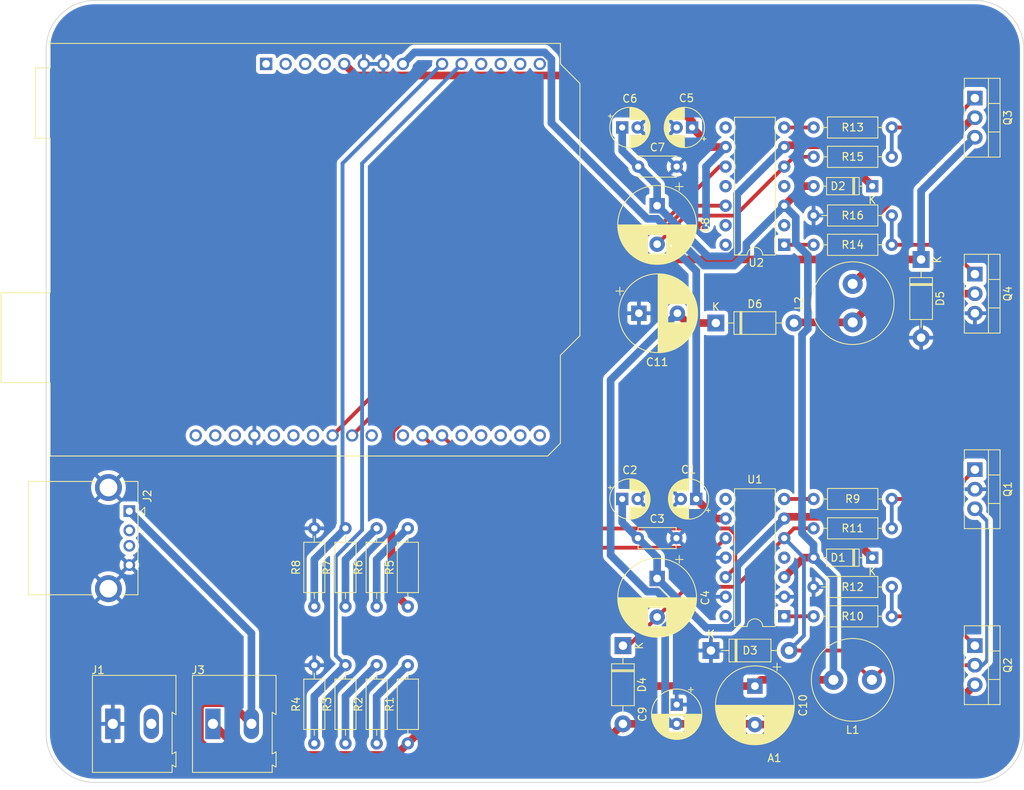
<source format=kicad_pcb>
(kicad_pcb (version 20221018) (generator pcbnew)
  (layers (0 "F.Cu" signal) (31 "B.Cu" signal) (34 "B.Paste" user) (35 "F.Paste" user) (36 "B.SilkS" user "B.Silkscreen") (37 "F.SilkS" user "F.Silkscreen") (38 "B.Mask" user) (39 "F.Mask" user) (44 "Edge.Cuts" user))
  (net 0 "")
  (net 1 "PWM_High")
  (net 2 "PWM_Low")
  (net 3 "Battery_Voltage")
  (net 4 "PV_Voltage")
  (net 5 "PV_Current")
  (net 6 "5V")
  (net 7 "12V")
  (net 8 "+PV")
  (net 9 "Net-(D1-K)")
  (net 10 "Net-(D2-K)")
  (net 11 "VS")
  (net 12 "Gate_High_1")
  (net 13 "Gate_High")
  (net 14 "Gate_Low")
  (net 15 "Net-(U1-LO)")
  (net 16 "Net-(U1-HO)")
  (net 17 "Gate_Low_1")
  (net 32 "PWM_MPPT_Low")
  (net 33 "PWM_MPPT_High")
  (net 40 "+Load")
  (net 41 "Net-(U2-VS)")
  (net 42 "GND")
  (net 47 "Net-(U2-LO)")
  (net 48 "Net-(U2-HO)")
  (net 51 "Net-(J1-Pin_2)")
  (net 54 "Net-(R1-Pad2)")
  (net 55 "Net-(R2-Pad2)")
  (net 56 "Net-(R5-Pad2)")
  (net 57 "Net-(R6-Pad2)")
  (net 58 "Net-(D5-K)")
  (net 59 "Net-(D6-A)")
  (footprint "Resistor_THT:R_Axial_DIN0207_L6.3mm_D2.5mm_P10.16mm_Horizontal" (layer "F.Cu") (at 123.75 47.315)
    (fp_text reference "R13" (at 5.08 0) (layer "F.SilkS"))
    (fp_text value "20")
    (pad "1" thru_hole circle (at 0 0) (size 1.6 1.6) (drill 0.8) (layers "*.Cu" "*.Mask") (net 48 "Net-(U2-HO)"))
    (pad "2" thru_hole oval (at 10.16 0) (size 1.6 1.6) (drill 0.8) (layers "*.Cu" "*.Mask") (net 12 "Gate_High_1"))
  )
  (footprint "Diode_THT:D_DO-41_SOD81_P10.16mm_Horizontal" (layer "F.Cu") (at 110.415 115.26)
    (fp_text reference "D3" (at 5.08 0) (layer "F.SilkS"))
    (fp_text value "1N4002")
    (fp_text user "K" (at 0 -2.1) (layer "F.SilkS"))
    (pad "1" thru_hole rect (at 0 0) (size 2.2 2.2) (drill 1.1) (layers "*.Cu" "*.Mask") (net 42 "GND"))
    (pad "2" thru_hole oval (at 10.16 0) (size 2.2 2.2) (drill 1.1) (layers "*.Cu" "*.Mask") (net 11 "VS"))
  )
  (footprint "Resistor_THT:R_Axial_DIN0207_L6.3mm_D2.5mm_P10.16mm_Horizontal" (layer "F.Cu") (at 71.045 109.545 90)
    (fp_text reference "R5" (at 5.08 -2.37 90) (layer "F.SilkS"))
    (fp_text value "200")
    (pad "1" thru_hole circle (at 0 0 90) (size 1.6 1.6) (drill 0.8) (layers "*.Cu" "*.Mask") (net 8 "+PV"))
    (pad "2" thru_hole oval (at 10.16 0 90) (size 1.6 1.6) (drill 0.8) (layers "*.Cu" "*.Mask") (net 56 "Net-(R5-Pad2)"))
  )
  (footprint "Capacitor_THT:CP_Radial_D5.0mm_P2.00mm" (layer "F.Cu") (at 98.89 95.575)
    (fp_text reference "C2" (at 1 -3.75) (layer "F.SilkS"))
    (fp_text value "100uF")
    (pad "1" thru_hole rect (at 0 0) (size 1.6 1.6) (drill 0.8) (layers "*.Cu" "*.Mask") (net 9 "Net-(D1-K)"))
    (pad "2" thru_hole circle (at 2 0) (size 1.6 1.6) (drill 0.8) (layers "*.Cu" "*.Mask") (net 42 "GND"))
  )
  (footprint "Resistor_THT:R_Axial_DIN0207_L6.3mm_D2.5mm_P10.16mm_Horizontal" (layer "F.Cu") (at 133.91 110.815 180)
    (fp_text reference "R10" (at 5.08 0) (layer "F.SilkS"))
    (fp_text value "20")
    (pad "1" thru_hole circle (at 0 0 180) (size 1.6 1.6) (drill 0.8) (layers "*.Cu" "*.Mask") (net 14 "Gate_Low"))
    (pad "2" thru_hole oval (at 10.16 0 180) (size 1.6 1.6) (drill 0.8) (layers "*.Cu" "*.Mask") (net 15 "Net-(U1-LO)"))
  )
  (footprint "Capacitor_THT:CP_Radial_D10.0mm_P5.00mm" (layer "F.Cu") (at 103.43 105.907323 -90)
    (fp_text reference "C4" (at 2.5 -6.25 90) (layer "F.SilkS"))
    (fp_text value "470uF")
    (pad "1" thru_hole rect (at 0 0 270) (size 2 2) (drill 1) (layers "*.Cu" "*.Mask") (net 9 "Net-(D1-K)"))
    (pad "2" thru_hole circle (at 5 0 270) (size 2 2) (drill 1) (layers "*.Cu" "*.Mask") (net 11 "VS"))
  )
  (footprint "TerminalBlock:TerminalBlock_Altech_AK300-2_P5.00mm" (layer "F.Cu") (at 32.72 124.785)
    (fp_text reference "J1" (at -1.92 -6.99) (layer "F.SilkS"))
    (fp_text value "Screw_Terminal_01x02")
    (pad "1" thru_hole rect (at 0 0) (size 1.98 3.96) (drill 1.32) (layers "*.Cu" "*.Mask") (net 42 "GND"))
    (pad "2" thru_hole oval (at 5 0) (size 1.98 3.96) (drill 1.32) (layers "*.Cu" "*.Mask") (net 51 "Net-(J1-Pin_2)"))
  )
  (footprint "Diode_THT:D_DO-35_SOD27_P7.62mm_Horizontal" (layer "F.Cu") (at 131.37 54.935 180)
    (fp_text reference "D2" (at 4.445 0) (layer "F.SilkS"))
    (fp_text value "1N4148")
    (fp_text user "K" (at 0 -1.8) (layer "F.SilkS"))
    (pad "1" thru_hole rect (at 0 0 180) (size 1.6 1.6) (drill 0.8) (layers "*.Cu" "*.Mask") (net 10 "Net-(D2-K)"))
    (pad "2" thru_hole oval (at 7.62 0 180) (size 1.6 1.6) (drill 0.8) (layers "*.Cu" "*.Mask") (net 7 "12V"))
  )
  (footprint "Resistor_THT:R_Axial_DIN0207_L6.3mm_D2.5mm_P10.16mm_Horizontal" (layer "F.Cu") (at 62.945 109.545 90)
    (fp_text reference "R7" (at 5.08 -2.37 90) (layer "F.SilkS"))
    (fp_text value "1000")
    (pad "1" thru_hole circle (at 0 0 90) (size 1.6 1.6) (drill 0.8) (layers "*.Cu" "*.Mask") (net 57 "Net-(R6-Pad2)"))
    (pad "2" thru_hole oval (at 10.16 0 90) (size 1.6 1.6) (drill 0.8) (layers "*.Cu" "*.Mask") (net 4 "PV_Voltage"))
  )
  (footprint "Inductor_THT:L_Radial_D10.5mm_P5.00mm_Abacron_AISR-01" (layer "F.Cu") (at 131.33 119.07 180)
    (fp_text reference "L1" (at 2.5 -6.5) (layer "F.SilkS"))
    (fp_text value "100mH")
    (pad "1" thru_hole circle (at 0 0 180) (size 2.6 2.6) (drill 1.3) (layers "*.Cu" "*.Mask") (net 11 "VS"))
    (pad "2" thru_hole circle (at 5 0 180) (size 2.6 2.6) (drill 1.3) (layers "*.Cu" "*.Mask") (net 7 "12V"))
  )
  (footprint "Package_TO_SOT_THT:TO-220-3_Vertical" (layer "F.Cu") (at 144.705 91.765 -90)
    (fp_text reference "Q1" (at 2.54 -4.27 90) (layer "F.SilkS"))
    (fp_text value "IRF540N")
    (pad "1" thru_hole rect (at 0 0 270) (size 1.905 2) (drill 1.1) (layers "*.Cu" "*.Mask") (net 13 "Gate_High"))
    (pad "2" thru_hole oval (at 2.54 0 270) (size 1.905 2) (drill 1.1) (layers "*.Cu" "*.Mask") (net 42 "GND"))
    (pad "3" thru_hole oval (at 5.08 0 270) (size 1.905 2) (drill 1.1) (layers "*.Cu" "*.Mask") (net 11 "VS"))
  )
  (footprint "Resistor_THT:R_Axial_DIN0207_L6.3mm_D2.5mm_P10.16mm_Horizontal" (layer "F.Cu") (at 133.91 51.125 180)
    (fp_text reference "R15" (at 5.08 0) (layer "F.SilkS"))
    (fp_text value "10k")
    (pad "1" thru_hole circle (at 0 0 180) (size 1.6 1.6) (drill 0.8) (layers "*.Cu" "*.Mask") (net 12 "Gate_High_1"))
    (pad "2" thru_hole oval (at 10.16 0 180) (size 1.6 1.6) (drill 0.8) (layers "*.Cu" "*.Mask") (net 41 "Net-(U2-VS)"))
  )
  (footprint "Capacitor_THT:CP_Radial_D5.0mm_P2.00mm" (layer "F.Cu") (at 98.89 47.315)
    (fp_text reference "C6" (at 1 -3.75) (layer "F.SilkS"))
    (fp_text value "100uF")
    (pad "1" thru_hole rect (at 0 0) (size 1.6 1.6) (drill 0.8) (layers "*.Cu" "*.Mask") (net 10 "Net-(D2-K)"))
    (pad "2" thru_hole circle (at 2 0) (size 1.6 1.6) (drill 0.8) (layers "*.Cu" "*.Mask") (net 42 "GND"))
  )
  (footprint "Resistor_THT:R_Axial_DIN0207_L6.3mm_D2.5mm_P10.16mm_Horizontal" (layer "F.Cu") (at 133.91 107.005 180)
    (fp_text reference "R12" (at 5.08 0) (layer "F.SilkS"))
    (fp_text value "10k")
    (pad "1" thru_hole circle (at 0 0 180) (size 1.6 1.6) (drill 0.8) (layers "*.Cu" "*.Mask") (net 14 "Gate_Low"))
    (pad "2" thru_hole oval (at 10.16 0 180) (size 1.6 1.6) (drill 0.8) (layers "*.Cu" "*.Mask") (net 42 "GND"))
  )
  (footprint "Package_TO_SOT_THT:TO-220-3_Vertical" (layer "F.Cu") (at 144.705 66.365 -90)
    (fp_text reference "Q4" (at 2.54 -4.27 90) (layer "F.SilkS"))
    (fp_text value "IRF540N")
    (pad "1" thru_hole rect (at 0 0 270) (size 1.905 2) (drill 1.1) (layers "*.Cu" "*.Mask") (net 17 "Gate_Low_1"))
    (pad "2" thru_hole oval (at 2.54 0 270) (size 1.905 2) (drill 1.1) (layers "*.Cu" "*.Mask") (net 59 "Net-(D6-A)"))
    (pad "3" thru_hole oval (at 5.08 0 270) (size 1.905 2) (drill 1.1) (layers "*.Cu" "*.Mask") (net 42 "GND"))
  )
  (footprint "Capacitor_THT:CP_Radial_D10.0mm_P5.00mm" (layer "F.Cu") (at 103.43 57.475 -90)
    (fp_text reference "C8" (at 2.5 -6.25 90) (layer "F.SilkS"))
    (fp_text value "470uF")
    (pad "1" thru_hole rect (at 0 0 270) (size 2 2) (drill 1) (layers "*.Cu" "*.Mask") (net 10 "Net-(D2-K)"))
    (pad "2" thru_hole circle (at 5 0 270) (size 2 2) (drill 1) (layers "*.Cu" "*.Mask") (net 41 "Net-(U2-VS)"))
  )
  (footprint "Package_TO_SOT_THT:TO-220-3_Vertical" (layer "F.Cu") (at 144.705 114.625 -90)
    (fp_text reference "Q2" (at 2.54 -4.27 90) (layer "F.SilkS"))
    (fp_text value "IRF540N")
    (pad "1" thru_hole rect (at 0 0 270) (size 1.905 2) (drill 1.1) (layers "*.Cu" "*.Mask") (net 14 "Gate_Low"))
    (pad "2" thru_hole oval (at 2.54 0 270) (size 1.905 2) (drill 1.1) (layers "*.Cu" "*.Mask") (net 11 "VS"))
    (pad "3" thru_hole oval (at 5.08 0 270) (size 1.905 2) (drill 1.1) (layers "*.Cu" "*.Mask") (net 40 "+Load"))
  )
  (footprint "Connector_USB:USB_A_CONNFLY_DS1095-WNR0" (layer "F.Cu") (at 34.8625 97.155 -90)
    (fp_text reference "J2" (at -1.95 -2.35 90) (layer "F.SilkS"))
    (fp_text value "USB_A")
    (pad "1" thru_hole rect (at 0 0 270) (size 1.524 1.524) (drill 0.92) (layers "*.Cu" "*.Mask") (net 40 "+Load"))
    (pad "2" thru_hole circle (at 2.5 0 270) (size 1.524 1.524) (drill 0.92) (layers "*.Cu" "*.Mask"))
    (pad "3" thru_hole circle (at 4.5 0 270) (size 1.524 1.524) (drill 0.92) (layers "*.Cu" "*.Mask"))
    (pad "4" thru_hole circle (at 7 0 270) (size 1.524 1.524) (drill 0.92) (layers "*.Cu" "*.Mask") (net 42 "GND"))
    (pad "5" thru_hole circle (at -3.07 2.71 270) (size 3.5 3.5) (drill 2.3) (layers "*.Cu" "*.Mask") (net 42 "GND"))
    (pad "5" thru_hole circle (at 10.07 2.71 270) (size 3.5 3.5) (drill 2.3) (layers "*.Cu" "*.Mask") (net 42 "GND"))
  )
  (footprint "Package_DIP:DIP-14_W7.62mm" (layer "F.Cu") (at 119.94 110.815 180)
    (fp_text reference "U1" (at 3.81 17.78) (layer "F.SilkS"))
    (fp_text value "IR2113")
    (pad "1" thru_hole rect (at 0 0 180) (size 1.6 1.6) (drill 0.8) (layers "*.Cu" "*.Mask") (net 15 "Net-(U1-LO)"))
    (pad "2" thru_hole oval (at 0 2.54 180) (size 1.6 1.6) (drill 0.8) (layers "*.Cu" "*.Mask") (net 42 "GND"))
    (pad "3" thru_hole oval (at 0 5.08 180) (size 1.6 1.6) (drill 0.8) (layers "*.Cu" "*.Mask") (net 7 "12V"))
    (pad "4" thru_hole oval (at 0 7.62 180) (size 1.6 1.6) (drill 0.8) (layers "*.Cu" "*.Mask"))
    (pad "5" thru_hole oval (at 0 10.16 180) (size 1.6 1.6) (drill 0.8) (layers "*.Cu" "*.Mask") (net 11 "VS"))
    (pad "6" thru_hole oval (at 0 12.7 180) (size 1.6 1.6) (drill 0.8) (layers "*.Cu" "*.Mask") (net 9 "Net-(D1-K)"))
    (pad "7" thru_hole oval (at 0 15.24 180) (size 1.6 1.6) (drill 0.8) (layers "*.Cu" "*.Mask") (net 16 "Net-(U1-HO)"))
    (pad "8" thru_hole oval (at 7.62 15.24 180) (size 1.6 1.6) (drill 0.8) (layers "*.Cu" "*.Mask"))
    (pad "9" thru_hole oval (at 7.62 12.7 180) (size 1.6 1.6) (drill 0.8) (layers "*.Cu" "*.Mask") (net 6 "5V"))
    (pad "10" thru_hole oval (at 7.62 10.16 180) (size 1.6 1.6) (drill 0.8) (layers "*.Cu" "*.Mask") (net 1 "PWM_High"))
    (pad "11" thru_hole oval (at 7.62 7.62 180) (size 1.6 1.6) (drill 0.8) (layers "*.Cu" "*.Mask") (net 42 "GND"))
    (pad "12" thru_hole oval (at 7.62 5.08 180) (size 1.6 1.6) (drill 0.8) (layers "*.Cu" "*.Mask") (net 2 "PWM_Low"))
    (pad "13" thru_hole oval (at 7.62 2.54 180) (size 1.6 1.6) (drill 0.8) (layers "*.Cu" "*.Mask") (net 42 "GND"))
    (pad "14" thru_hole oval (at 7.62 0 180) (size 1.6 1.6) (drill 0.8) (layers "*.Cu" "*.Mask"))
  )
  (footprint "Capacitor_THT:C_Disc_D4.7mm_W2.5mm_P5.00mm" (layer "F.Cu") (at 100.93 100.655)
    (fp_text reference "C3" (at 2.5 -2.5) (layer "F.SilkS"))
    (fp_text value "100nF")
    (pad "1" thru_hole circle (at 0 0) (size 1.6 1.6) (drill 0.8) (layers "*.Cu" "*.Mask") (net 9 "Net-(D1-K)"))
    (pad "2" thru_hole circle (at 5 0) (size 1.6 1.6) (drill 0.8) (layers "*.Cu" "*.Mask") (net 42 "GND"))
  )
  (footprint "Resistor_THT:R_Axial_DIN0207_L6.3mm_D2.5mm_P10.16mm_Horizontal" (layer "F.Cu") (at 123.75 95.575)
    (fp_text reference "R9" (at 5.08 0) (layer "F.SilkS"))
    (fp_text value "20")
    (pad "1" thru_hole circle (at 0 0) (size 1.6 1.6) (drill 0.8) (layers "*.Cu" "*.Mask") (net 16 "Net-(U1-HO)"))
    (pad "2" thru_hole oval (at 10.16 0) (size 1.6 1.6) (drill 0.8) (layers "*.Cu" "*.Mask") (net 13 "Gate_High"))
  )
  (footprint "Diode_THT:D_DO-35_SOD27_P7.62mm_Horizontal" (layer "F.Cu") (at 131.37 103.195 180)
    (fp_text reference "D1" (at 4.445 0) (layer "F.SilkS"))
    (fp_text value "1N4148")
    (fp_text user "K" (at 0 -1.8) (layer "F.SilkS"))
    (pad "1" thru_hole rect (at 0 0 180) (size 1.6 1.6) (drill 0.8) (layers "*.Cu" "*.Mask") (net 9 "Net-(D1-K)"))
    (pad "2" thru_hole oval (at 7.62 0 180) (size 1.6 1.6) (drill 0.8) (layers "*.Cu" "*.Mask") (net 7 "12V"))
  )
  (footprint "Capacitor_THT:CP_Radial_D6.3mm_P2.50mm" (layer "F.Cu") (at 105.97 122.285 -90)
    (fp_text reference "C9" (at 1.25 4.445 90) (layer "F.SilkS"))
    (fp_text value "47uF")
    (pad "1" thru_hole rect (at 0 0 270) (size 1.6 1.6) (drill 0.8) (layers "*.Cu" "*.Mask") (net 42 "GND"))
    (pad "2" thru_hole circle (at 2.5 0 270) (size 1.6 1.6) (drill 0.8) (layers "*.Cu" "*.Mask") (net 40 "+Load"))
  )
  (footprint "Capacitor_THT:C_Disc_D4.7mm_W2.5mm_P5.00mm" (layer "F.Cu") (at 100.97 52.395)
    (fp_text reference "C7" (at 2.5 -2.5) (layer "F.SilkS"))
    (fp_text value "100nF")
    (pad "1" thru_hole circle (at 0 0) (size 1.6 1.6) (drill 0.8) (layers "*.Cu" "*.Mask") (net 10 "Net-(D2-K)"))
    (pad "2" thru_hole circle (at 5 0) (size 1.6 1.6) (drill 0.8) (layers "*.Cu" "*.Mask") (net 42 "GND"))
  )
  (footprint "Diode_THT:D_DO-41_SOD81_P10.16mm_Horizontal" (layer "F.Cu") (at 111.05 72.715)
    (fp_text reference "D6" (at 5.08 -2.47) (layer "F.SilkS"))
    (fp_text value "1N4002")
    (fp_text user "K" (at 0 -2.1) (layer "F.SilkS"))
    (pad "1" thru_hole rect (at 0 0) (size 2.2 2.2) (drill 1.1) (layers "*.Cu" "*.Mask") (net 40 "+Load"))
    (pad "2" thru_hole oval (at 10.16 0) (size 2.2 2.2) (drill 1.1) (layers "*.Cu" "*.Mask") (net 59 "Net-(D6-A)"))
  )
  (footprint "Resistor_THT:R_Axial_DIN0207_L6.3mm_D2.5mm_P10.16mm_Horizontal" (layer "F.Cu") (at 133.91 62.555 180)
    (fp_text reference "R14" (at 5.08 0) (layer "F.SilkS"))
    (fp_text value "20")
    (pad "1" thru_hole circle (at 0 0 180) (size 1.6 1.6) (drill 0.8) (layers "*.Cu" "*.Mask") (net 17 "Gate_Low_1"))
    (pad "2" thru_hole oval (at 10.16 0 180) (size 1.6 1.6) (drill 0.8) (layers "*.Cu" "*.Mask") (net 47 "Net-(U2-LO)"))
  )
  (footprint "Diode_THT:D_DO-41_SOD81_P10.16mm_Horizontal" (layer "F.Cu") (at 98.985 114.625 -90)
    (fp_text reference "D4" (at 5.08 -2.47 90) (layer "F.SilkS"))
    (fp_text value "1N4002")
    (fp_text user "K" (at 0 -2.1 90) (layer "F.SilkS"))
    (pad "1" thru_hole rect (at 0 0 270) (size 2.2 2.2) (drill 1.1) (layers "*.Cu" "*.Mask") (net 11 "VS"))
    (pad "2" thru_hole oval (at 10.16 0 270) (size 2.2 2.2) (drill 1.1) (layers "*.Cu" "*.Mask") (net 40 "+Load"))
  )
  (footprint "Package_DIP:DIP-14_W7.62mm" (layer "F.Cu") (at 119.94 62.555 180)
    (fp_text reference "U2" (at 3.637677 -2.33) (layer "F.SilkS"))
    (fp_text value "IR2113")
    (pad "1" thru_hole rect (at 0 0 180) (size 1.6 1.6) (drill 0.8) (layers "*.Cu" "*.Mask") (net 47 "Net-(U2-LO)"))
    (pad "2" thru_hole oval (at 0 2.54 180) (size 1.6 1.6) (drill 0.8) (layers "*.Cu" "*.Mask") (net 42 "GND"))
    (pad "3" thru_hole oval (at 0 5.08 180) (size 1.6 1.6) (drill 0.8) (layers "*.Cu" "*.Mask") (net 7 "12V"))
    (pad "4" thru_hole oval (at 0 7.62 180) (size 1.6 1.6) (drill 0.8) (layers "*.Cu" "*.Mask"))
    (pad "5" thru_hole oval (at 0 10.16 180) (size 1.6 1.6) (drill 0.8) (layers "*.Cu" "*.Mask") (net 41 "Net-(U2-VS)"))
    (pad "6" thru_hole oval (at 0 12.7 180) (size 1.6 1.6) (drill 0.8) (layers "*.Cu" "*.Mask") (net 10 "Net-(D2-K)"))
    (pad "7" thru_hole oval (at 0 15.24 180) (size 1.6 1.6) (drill 0.8) (layers "*.Cu" "*.Mask") (net 48 "Net-(U2-HO)"))
    (pad "8" thru_hole oval (at 7.62 15.24 180) (size 1.6 1.6) (drill 0.8) (layers "*.Cu" "*.Mask"))
    (pad "9" thru_hole oval (at 7.62 12.7 180) (size 1.6 1.6) (drill 0.8) (layers "*.Cu" "*.Mask") (net 6 "5V"))
    (pad "10" thru_hole oval (at 7.62 10.16 180) (size 1.6 1.6) (drill 0.8) (layers "*.Cu" "*.Mask") (net 33 "PWM_MPPT_High"))
    (pad "11" thru_hole oval (at 7.62 7.62 180) (size 1.6 1.6) (drill 0.8) (layers "*.Cu" "*.Mask") (net 42 "GND"))
    (pad "12" thru_hole oval (at 7.62 5.08 180) (size 1.6 1.6) (drill 0.8) (layers "*.Cu" "*.Mask") (net 32 "PWM_MPPT_Low"))
    (pad "13" thru_hole oval (at 7.62 2.54 180) (size 1.6 1.6) (drill 0.8) (layers "*.Cu" "*.Mask") (net 42 "GND"))
    (pad "14" thru_hole oval (at 7.62 0 180) (size 1.6 1.6) (drill 0.8) (layers "*.Cu" "*.Mask"))
  )
  (footprint "Resistor_THT:R_Axial_DIN0207_L6.3mm_D2.5mm_P10.16mm_Horizontal" (layer "F.Cu") (at 66.995 127.325 90)
    (fp_text reference "R2" (at 5.08 -2.37 90) (layer "F.SilkS"))
    (fp_text value "200")
    (pad "1" thru_hole circle (at 0 0 90) (size 1.6 1.6) (drill 0.8) (layers "*.Cu" "*.Mask") (net 54 "Net-(R1-Pad2)"))
    (pad "2" thru_hole oval (at 10.16 0 90) (size 1.6 1.6) (drill 0.8) (layers "*.Cu" "*.Mask") (net 55 "Net-(R2-Pad2)"))
  )
  (footprint "Package_TO_SOT_THT:TO-220-3_Vertical" (layer "F.Cu") (at 144.705 43.505 -90)
    (fp_text reference "Q3" (at 2.54 -4.27 90) (layer "F.SilkS"))
    (fp_text value "IRF540N")
    (pad "1" thru_hole rect (at 0 0 270) (size 1.905 2) (drill 1.1) (layers "*.Cu" "*.Mask") (net 12 "Gate_High_1"))
    (pad "2" thru_hole oval (at 2.54 0 270) (size 1.905 2) (drill 1.1) (layers "*.Cu" "*.Mask") (net 8 "+PV"))
    (pad "3" thru_hole oval (at 5.08 0 270) (size 1.905 2) (drill 1.1) (layers "*.Cu" "*.Mask") (net 58 "Net-(D5-K)"))
  )
  (footprint "Module:Arduino_UNO_R3" (layer "F.Cu") (at 52.63 39.06)
    (fp_text reference "A1" (at 66.04 90.17) (layer "F.SilkS"))
    (fp_text value "Arduino_UNO_R3")
    (pad "1" thru_hole rect (at 0 0 90) (size 1.6 1.6) (drill 1) (layers "*.Cu" "*.Mask"))
    (pad "2" thru_hole oval (at 2.54 0 90) (size 1.6 1.6) (drill 1) (layers "*.Cu" "*.Mask"))
    (pad "3" thru_hole oval (at 5.08 0 90) (size 1.6 1.6) (drill 1) (layers "*.Cu" "*.Mask"))
    (pad "4" thru_hole oval (at 7.62 0 90) (size 1.6 1.6) (drill 1) (layers "*.Cu" "*.Mask"))
    (pad "5" thru_hole oval (at 10.16 0 90) (size 1.6 1.6) (drill 1) (layers "*.Cu" "*.Mask") (net 6 "5V"))
    (pad "6" thru_hole oval (at 12.7 0 90) (size 1.6 1.6) (drill 1) (layers "*.Cu" "*.Mask") (net 42 "GND"))
    (pad "7" thru_hole oval (at 15.24 0 90) (size 1.6 1.6) (drill 1) (layers "*.Cu" "*.Mask") (net 42 "GND"))
    (pad "8" thru_hole oval (at 17.78 0 90) (size 1.6 1.6) (drill 1) (layers "*.Cu" "*.Mask") (net 7 "12V"))
    (pad "9" thru_hole oval (at 22.86 0 90) (size 1.6 1.6) (drill 1) (layers "*.Cu" "*.Mask") (net 4 "PV_Voltage"))
    (pad "10" thru_hole oval (at 25.4 0 90) (size 1.6 1.6) (drill 1) (layers "*.Cu" "*.Mask") (net 3 "Battery_Voltage"))
    (pad "11" thru_hole oval (at 27.94 0 90) (size 1.6 1.6) (drill 1) (layers "*.Cu" "*.Mask") (net 5 "PV_Current"))
    (pad "12" thru_hole oval (at 30.48 0 90) (size 1.6 1.6) (drill 1) (layers "*.Cu" "*.Mask"))
    (pad "13" thru_hole oval (at 33.02 0 90) (size 1.6 1.6) (drill 1) (layers "*.Cu" "*.Mask"))
    (pad "14" thru_hole oval (at 35.56 0 90) (size 1.6 1.6) (drill 1) (layers "*.Cu" "*.Mask"))
    (pad "15" thru_hole oval (at 35.56 48.26 90) (size 1.6 1.6) (drill 1) (layers "*.Cu" "*.Mask"))
    (pad "16" thru_hole oval (at 33.02 48.26 90) (size 1.6 1.6) (drill 1) (layers "*.Cu" "*.Mask"))
    (pad "17" thru_hole oval (at 30.48 48.26 90) (size 1.6 1.6) (drill 1) (layers "*.Cu" "*.Mask"))
    (pad "18" thru_hole oval (at 27.94 48.26 90) (size 1.6 1.6) (drill 1) (layers "*.Cu" "*.Mask"))
    (pad "19" thru_hole oval (at 25.4 48.26 90) (size 1.6 1.6) (drill 1) (layers "*.Cu" "*.Mask"))
    (pad "20" thru_hole oval (at 22.86 48.26 90) (size 1.6 1.6) (drill 1) (layers "*.Cu" "*.Mask") (net 2 "PWM_Low"))
    (pad "21" thru_hole oval (at 20.32 48.26 90) (size 1.6 1.6) (drill 1) (layers "*.Cu" "*.Mask") (net 1 "PWM_High"))
    (pad "22" thru_hole oval (at 17.78 48.26 90) (size 1.6 1.6) (drill 1) (layers "*.Cu" "*.Mask"))
    (pad "23" thru_hole oval (at 13.72 48.26 90) (size 1.6 1.6) (drill 1) (layers "*.Cu" "*.Mask"))
    (pad "24" thru_hole oval (at 11.18 48.26 90) (size 1.6 1.6) (drill 1) (layers "*.Cu" "*.Mask") (net 32 "PWM_MPPT_Low"))
    (pad "25" thru_hole oval (at 8.64 48.26 90) (size 1.6 1.6) (drill 1) (layers "*.Cu" "*.Mask") (net 33 "PWM_MPPT_High"))
    (pad "26" thru_hole oval (at 6.1 48.26 90) (size 1.6 1.6) (drill 1) (layers "*.Cu" "*.Mask"))
    (pad "27" thru_hole oval (at 3.56 48.26 90) (size 1.6 1.6) (drill 1) (layers "*.Cu" "*.Mask"))
    (pad "28" thru_hole oval (at 1.02 48.26 90) (size 1.6 1.6) (drill 1) (layers "*.Cu" "*.Mask"))
    (pad "29" thru_hole oval (at -1.52 48.26 90) (size 1.6 1.6) (drill 1) (layers "*.Cu" "*.Mask") (net 42 "GND"))
    (pad "30" thru_hole oval (at -4.06 48.26 90) (size 1.6 1.6) (drill 1) (layers "*.Cu" "*.Mask"))
    (pad "31" thru_hole oval (at -6.6 48.26 90) (size 1.6 1.6) (drill 1) (layers "*.Cu" "*.Mask"))
    (pad "32" thru_hole oval (at -9.14 48.26 90) (size 1.6 1.6) (drill 1) (layers "*.Cu" "*.Mask"))
  )
  (footprint "Resistor_THT:R_Axial_DIN0207_L6.3mm_D2.5mm_P10.16mm_Horizontal" (layer "F.Cu") (at 62.945 127.325 90)
    (fp_text reference "R3" (at 5.08 -2.37 90) (layer "F.SilkS"))
    (fp_text value "1000")
    (pad "1" thru_hole circle (at 0 0 90) (size 1.6 1.6) (drill 0.8) (layers "*.Cu" "*.Mask") (net 55 "Net-(R2-Pad2)"))
    (pad "2" thru_hole oval (at 10.16 0 90) (size 1.6 1.6) (drill 0.8) (layers "*.Cu" "*.Mask") (net 3 "Battery_Voltage"))
  )
  (footprint "Resistor_THT:R_Axial_DIN0207_L6.3mm_D2.5mm_P10.16mm_Horizontal" (layer "F.Cu") (at 133.91 58.745 180)
    (fp_text reference "R16" (at 5.08 0) (layer "F.SilkS"))
    (fp_text value "10k")
    (pad "1" thru_hole circle (at 0 0 180) (size 1.6 1.6) (drill 0.8) (layers "*.Cu" "*.Mask") (net 17 "Gate_Low_1"))
    (pad "2" thru_hole oval (at 10.16 0 180) (size 1.6 1.6) (drill 0.8) (layers "*.Cu" "*.Mask") (net 42 "GND"))
  )
  (footprint "Capacitor_THT:CP_Radial_D5.0mm_P2.00mm" (layer "F.Cu") (at 107.97 47.315 180)
    (fp_text reference "C5" (at 0.73 3.81) (layer "F.SilkS"))
    (fp_text value "10uF")
    (pad "1" thru_hole rect (at 0 0 180) (size 1.6 1.6) (drill 0.8) (layers "*.Cu" "*.Mask") (net 6 "5V"))
    (pad "2" thru_hole circle (at 2 0 180) (size 1.6 1.6) (drill 0.8) (layers "*.Cu" "*.Mask") (net 42 "GND"))
  )
  (footprint "Inductor_THT:L_Radial_D10.5mm_P5.00mm_Abacron_AISR-01" (layer "F.Cu") (at 128.83 67.635 -90)
    (fp_text reference "L2" (at 2.5 6.985 90) (layer "F.SilkS"))
    (fp_text value "100mH")
    (pad "1" thru_hole circle (at 0 0 270) (size 2.6 2.6) (drill 1.3) (layers "*.Cu" "*.Mask") (net 58 "Net-(D5-K)"))
    (pad "2" thru_hole circle (at 5 0 270) (size 2.6 2.6) (drill 1.3) (layers "*.Cu" "*.Mask") (net 59 "Net-(D6-A)"))
  )
  (footprint "Resistor_THT:R_Axial_DIN0207_L6.3mm_D2.5mm_P10.16mm_Horizontal" (layer "F.Cu") (at 58.895 109.545 90)
    (fp_text reference "R8" (at 5.08 -2.37 90) (layer "F.SilkS"))
    (fp_text value "1000")
    (pad "1" thru_hole circle (at 0 0 90) (size 1.6 1.6) (drill 0.8) (layers "*.Cu" "*.Mask") (net 4 "PV_Voltage"))
    (pad "2" thru_hole oval (at 10.16 0 90) (size 1.6 1.6) (drill 0.8) (layers "*.Cu" "*.Mask") (net 42 "GND"))
  )
  (footprint "Resistor_THT:R_Axial_DIN0207_L6.3mm_D2.5mm_P10.16mm_Horizontal" (layer "F.Cu") (at 66.995 109.545 90)
    (fp_text reference "R6" (at 5.08 -2.37 90) (layer "F.SilkS"))
    (fp_text value "200")
    (pad "1" thru_hole circle (at 0 0 90) (size 1.6 1.6) (drill 0.8) (layers "*.Cu" "*.Mask") (net 56 "Net-(R5-Pad2)"))
    (pad "2" thru_hole oval (at 10.16 0 90) (size 1.6 1.6) (drill 0.8) (layers "*.Cu" "*.Mask") (net 57 "Net-(R6-Pad2)"))
  )
  (footprint "Capacitor_THT:CP_Radial_D10.0mm_P5.00mm" (layer "F.Cu") (at 101.062323 71.445)
    (fp_text reference "C11" (at 2.367677 6.35) (layer "F.SilkS"))
    (fp_text value "100uF")
    (pad "1" thru_hole rect (at 0 0) (size 2 2) (drill 1) (layers "*.Cu" "*.Mask") (net 42 "GND"))
    (pad "2" thru_hole circle (at 5 0) (size 2 2) (drill 1) (layers "*.Cu" "*.Mask") (net 40 "+Load"))
  )
  (footprint "Diode_THT:D_DO-41_SOD81_P10.16mm_Horizontal" (layer "F.Cu") (at 137.72 64.46 -90)
    (fp_text reference "D5" (at 5.08 -2.47 90) (layer "F.SilkS"))
    (fp_text value "1N4002")
    (fp_text user "K" (at 0 -2.1 90) (layer "F.SilkS"))
    (pad "1" thru_hole rect (at 0 0 270) (size 2.2 2.2) (drill 1.1) (layers "*.Cu" "*.Mask") (net 58 "Net-(D5-K)"))
    (pad "2" thru_hole oval (at 10.16 0 270) (size 2.2 2.2) (drill 1.1) (layers "*.Cu" "*.Mask") (net 42 "GND"))
  )
  (footprint "Capacitor_THT:CP_Radial_D5.0mm_P2.00mm" (layer "F.Cu") (at 108.51 95.575 180)
    (fp_text reference "C1" (at 1 3.81) (layer "F.SilkS"))
    (fp_text value "10uF")
    (pad "1" thru_hole rect (at 0 0 180) (size 1.6 1.6) (drill 0.8) (layers "*.Cu" "*.Mask") (net 6 "5V"))
    (pad "2" thru_hole circle (at 2 0 180) (size 1.6 1.6) (drill 0.8) (layers "*.Cu" "*.Mask") (net 42 "GND"))
  )
  (footprint "Capacitor_THT:CP_Radial_D10.0mm_P5.00mm" (layer "F.Cu") (at 116.13 119.877323 -90)
    (fp_text reference "C10" (at 2.5 -6.25 90) (layer "F.SilkS"))
    (fp_text value "470uF")
    (pad "1" thru_hole rect (at 0 0 270) (size 2 2) (drill 1) (layers "*.Cu" "*.Mask") (net 7 "12V"))
    (pad "2" thru_hole circle (at 5 0 270) (size 2 2) (drill 1) (layers "*.Cu" "*.Mask") (net 40 "+Load"))
  )
  (footprint "Resistor_THT:R_Axial_DIN0207_L6.3mm_D2.5mm_P10.16mm_Horizontal" (layer "F.Cu") (at 133.91 99.385 180)
    (fp_text reference "R11" (at 5.08 0) (layer "F.SilkS"))
    (fp_text value "10k")
    (pad "1" thru_hole circle (at 0 0 180) (size 1.6 1.6) (drill 0.8) (layers "*.Cu" "*.Mask") (net 13 "Gate_High"))
    (pad "2" thru_hole oval (at 10.16 0 180) (size 1.6 1.6) (drill 0.8) (layers "*.Cu" "*.Mask") (net 11 "VS"))
  )
  (footprint "TerminalBlock:TerminalBlock_Altech_AK300-2_P5.00mm" (layer "F.Cu") (at 45.725 124.785)
    (fp_text reference "J3" (at -1.92 -6.99) (layer "F.SilkS"))
    (fp_text value "Screw_Terminal_01x02")
    (pad "1" thru_hole rect (at 0 0) (size 1.98 3.96) (drill 1.32) (layers "*.Cu" "*.Mask") (net 7 "12V"))
    (pad "2" thru_hole oval (at 5 0) (size 1.98 3.96) (drill 1.32) (layers "*.Cu" "*.Mask") (net 40 "+Load"))
  )
  (footprint "Resistor_THT:R_Axial_DIN0207_L6.3mm_D2.5mm_P10.16mm_Horizontal" (layer "F.Cu") (at 58.895 127.325 90)
    (fp_text reference "R4" (at 5.08 -2.37 90) (layer "F.SilkS"))
    (fp_text value "1000")
    (pad "1" thru_hole circle (at 0 0 90) (size 1.6 1.6) (drill 0.8) (layers "*.Cu" "*.Mask") (net 3 "Battery_Voltage"))
    (pad "2" thru_hole oval (at 10.16 0 90) (size 1.6 1.6) (drill 0.8) (layers "*.Cu" "*.Mask") (net 42 "GND"))
  )
  (footprint "Resistor_THT:R_Axial_DIN0207_L6.3mm_D2.5mm_P10.16mm_Horizontal" (layer "F.Cu") (at 71.045 127.325 90)
    (fp_text reference "R1" (at 5.08 -2.37 90) (layer "F.SilkS"))
    (fp_text value "200")
    (pad "1" thru_hole circle (at 0 0 90) (size 1.6 1.6) (drill 0.8) (layers "*.Cu" "*.Mask") (net 7 "12V"))
    (pad "2" thru_hole oval (at 10.16 0 90) (size 1.6 1.6) (drill 0.8) (layers "*.Cu" "*.Mask") (net 54 "Net-(R1-Pad2)"))
  )
  (gr_line (start 144.705 132.405) (end 30.405 132.405) (stroke (width 0.1)) (layer "Edge.Cuts"))
  (gr_line (start 24.055 126.055) (end 24.055 37.155) (stroke (width 0.1)) (layer "Edge.Cuts"))
  (gr_arc (start 30.405 132.405) (mid 25.914872 130.545128) (end 24.055 126.055) (stroke (width 0.1)) (layer "Edge.Cuts"))
  (gr_arc (start 24.055 37.155) (mid 25.914872 32.664872) (end 30.405 30.805) (stroke (width 0.1)) (layer "Edge.Cuts"))
  (gr_line (start 151.055 37.155) (end 151.055 126.055) (stroke (width 0.1)) (layer "Edge.Cuts"))
  (gr_arc (start 144.705 30.805) (mid 149.195128 32.664872) (end 151.055 37.155) (stroke (width 0.1)) (layer "Edge.Cuts"))
  (gr_arc (start 151.055 126.055) (mid 149.195128 130.545128) (end 144.705 132.405) (stroke (width 0.1)) (layer "Edge.Cuts"))
  (gr_line (start 30.405 30.805) (end 144.705 30.805) (stroke (width 0.1)) (layer "Edge.Cuts"))
  (segment (start 111.07 101.905) (end 112.32 100.655) (width 0.5) (layer "F.Cu") (net 1))
  (segment (start 72.95 87.32) (end 87.535 101.905) (width 0.5) (layer "F.Cu") (net 1))
  (segment (start 87.535 101.905) (end 111.07 101.905) (width 0.5) (layer "F.Cu") (net 1))
  (segment (start 75.49 87.32) (end 87.575 99.405) (width 0.5) (layer "F.Cu") (net 2))
  (segment (start 112.830654 99.405) (end 113.57 100.144346) (width 0.5) (layer "F.Cu") (net 2))
  (segment (start 87.575 99.405) (end 112.830654 99.405) (width 0.5) (layer "F.Cu") (net 2))
  (segment (start 113.57 104.485) (end 112.32 105.735) (width 0.5) (layer "F.Cu") (net 2))
  (segment (start 113.57 100.144346) (end 113.57 104.485) (width 0.5) (layer "F.Cu") (net 2))
  (segment (start 61.695 103.02) (end 65.1 99.615) (width 0.5) (layer "B.Cu") (net 3))
  (segment (start 58.895 127.325) (end 58.895 121.215) (width 1) (layer "B.Cu") (net 3))
  (segment (start 58.895 121.215) (end 62.945 117.165) (width 1) (layer "B.Cu") (net 3))
  (segment (start 61.695 115.915) (end 61.695 103.02) (width 0.5) (layer "B.Cu") (net 3))
  (segment (start 65.1 51.99) (end 78.03 39.06) (width 0.5) (layer "B.Cu") (net 3))
  (segment (start 62.945 117.165) (end 61.695 115.915) (width 0.5) (layer "B.Cu") (net 3))
  (segment (start 65.1 99.615) (end 65.1 51.99) (width 0.5) (layer "B.Cu") (net 3))
  (segment (start 58.895 109.545) (end 58.895 103.435) (width 1) (layer "B.Cu") (net 4))
  (segment (start 62.56 99) (end 62.56 51.99) (width 0.5) (layer "B.Cu") (net 4))
  (segment (start 62.56 51.99) (end 75.49 39.06) (width 0.5) (layer "B.Cu") (net 4))
  (segment (start 58.895 103.435) (end 62.945 99.385) (width 1) (layer "B.Cu") (net 4))
  (segment (start 62.945 99.385) (end 62.56 99) (width 0.5) (layer "B.Cu") (net 4))
  (segment (start 105.225444 62.664556) (end 107.875 60.015) (width 1) (layer "F.Cu") (net 6))
  (segment (start 111.05 98.115) (end 108.51 95.575) (width 1) (layer "F.Cu") (net 6))
  (segment (start 64.29 40.56) (end 62.79 39.06) (width 1) (layer "F.Cu") (net 6))
  (segment (start 102.015 40.56) (end 64.29 40.56) (width 1) (layer "F.Cu") (net 6))
  (segment (start 107.875 60.015) (end 109.78 60.015) (width 1) (layer "F.Cu") (net 6))
  (segment (start 112.32 49.855) (end 110.51 49.855) (width 1) (layer "F.Cu") (net 6))
  (segment (start 107.97 47.315) (end 107.97 46.515) (width 1) (layer "F.Cu") (net 6))
  (segment (start 107.97 46.515) (end 102.015 40.56) (width 1) (layer "F.Cu") (net 6))
  (segment (start 112.32 98.115) (end 111.05 98.115) (width 1) (layer "F.Cu") (net 6))
  (segment (start 110.51 49.855) (end 107.97 47.315) (width 1) (layer "F.Cu") (net 6))
  (via (at 109.78 60.015) (size 0.6) (drill 0.3) (layers "F.Cu" "B.Cu") (net 6))
  (via (at 105.225444 62.664556) (size 0.6) (drill 0.3) (layers "F.Cu" "B.Cu") (net 6))
  (segment (start 109.78 52.395) (end 112.32 49.855) (width 1) (layer "B.Cu") (net 6))
  (segment (start 109.78 60.015) (end 109.78 52.395) (width 1) (layer "B.Cu") (net 6))
  (segment (start 108.51 95.575) (end 108.51 65.949112) (width 1) (layer "B.Cu") (net 6))
  (segment (start 108.51 65.949112) (end 105.225444 62.664556) (width 1) (layer "B.Cu") (net 6))
  (segment (start 49.765 128.825) (end 45.725 124.785) (width 1) (layer "F.Cu") (net 7))
  (segment (start 71.045 127.325) (end 78.492677 119.877323) (width 1) (layer "F.Cu") (net 7))
  (segment (start 122.48 54.935) (end 119.94 57.475) (width 1) (layer "F.Cu") (net 7))
  (segment (start 123.75 103.195) (end 122.48 103.195) (width 1) (layer "F.Cu") (net 7))
  (segment (start 122.48 103.195) (end 119.94 105.735) (width 1) (layer "F.Cu") (net 7))
  (segment (start 123.75 54.935) (end 122.48 54.935) (width 1) (layer "F.Cu") (net 7))
  (segment (start 71.045 127.325) (end 69.545 128.825) (width 1) (layer "F.Cu") (net 7))
  (segment (start 69.545 128.825) (end 49.765 128.825) (width 1) (layer "F.Cu") (net 7))
  (segment (start 126.33 119.07) (end 116.937323 119.07) (width 1) (layer "F.Cu") (net 7))
  (segment (start 78.492677 119.877323) (end 116.13 119.877323) (width 1) (layer "F.Cu") (net 7))
  (segment (start 116.937323 119.07) (end 116.13 119.877323) (width 1) (layer "F.Cu") (net 7))
  (segment (start 103.432944 59.175) (end 102.14005 59.175) (width 1) (layer "B.Cu") (net 7))
  (segment (start 126.33 105.775) (end 123.75 103.195) (width 1) (layer "B.Cu") (net 7))
  (segment (start 121.44 62.359208) (end 121.44 58.975) (width 1) (layer "B.Cu") (net 7))
  (segment (start 123.75 103.195) (end 123.75 101.499208) (width 1) (layer "B.Cu") (net 7))
  (segment (start 123.75 101.499208) (end 122.25 99.999208) (width 1) (layer "B.Cu") (net 7))
  (segment (start 102.14005 59.175) (end 89.69 46.72495) (width 1) (layer "B.Cu") (net 7))
  (segment (start 126.33 119.07) (end 126.33 105.775) (width 1) (layer "B.Cu") (net 7))
  (segment (start 122.25 99.999208) (end 122.25 74.218926) (width 1) (layer "B.Cu") (net 7))
  (segment (start 113.431264 65.255) (end 109.512944 65.255) (width 1) (layer "B.Cu") (net 7))
  (segment (start 71.91 37.56) (end 70.41 39.06) (width 1) (layer "B.Cu") (net 7))
  (segment (start 122.25 74.218926) (end 123.010396 73.45853) (width 1) (layer "B.Cu") (net 7))
  (segment (start 89.69 46.72495) (end 89.69 38.445792) (width 1) (layer "B.Cu") (net 7))
  (segment (start 109.512944 65.255) (end 103.432944 59.175) (width 1) (layer "B.Cu") (net 7))
  (segment (start 123.010396 73.45853) (end 123.010396 63.929604) (width 1) (layer "B.Cu") (net 7))
  (segment (start 89.69 38.445792) (end 88.804208 37.56) (width 1) (layer "B.Cu") (net 7))
  (segment (start 115.02 63.666264) (end 113.431264 65.255) (width 1) (layer "B.Cu") (net 7))
  (segment (start 88.804208 37.56) (end 71.91 37.56) (width 1) (layer "B.Cu") (net 7))
  (segment (start 123.010396 63.929604) (end 121.44 62.359208) (width 1) (layer "B.Cu") (net 7))
  (segment (start 121.44 58.975) (end 119.94 57.475) (width 1) (layer "B.Cu") (net 7))
  (segment (start 115.02 62.395) (end 115.02 63.666264) (width 1) (layer "B.Cu") (net 7))
  (segment (start 119.94 57.475) (end 115.02 62.395) (width 1) (layer "B.Cu") (net 7))
  (segment (start 91.155792 64.46) (end 126.080792 64.46) (width 1) (layer "F.Cu") (net 8))
  (segment (start 68.91 86.705792) (end 91.155792 64.46) (width 1) (layer "F.Cu") (net 8))
  (segment (start 71.045 109.545) (end 68.91 107.41) (width 1) (layer "F.Cu") (net 8))
  (segment (start 144.495792 46.045) (end 144.705 46.045) (width 1) (layer "F.Cu") (net 8))
  (segment (start 68.91 107.41) (end 68.91 86.705792) (width 1) (layer "F.Cu") (net 8))
  (segment (start 126.080792 64.46) (end 144.495792 46.045) (width 1) (layer "F.Cu") (net 8))
  (segment (start 131.37 103.195) (end 126.06 97.885) (width 1) (layer "F.Cu") (net 9))
  (segment (start 126.06 97.885) (end 120.17 97.885) (width 1) (layer "F.Cu") (net 9))
  (segment (start 120.17 97.885) (end 119.94 98.115) (width 1) (layer "F.Cu") (net 9))
  (segment (start 112.934208 112.315) (end 109.837677 112.315) (width 1) (layer "B.Cu") (net 9))
  (segment (start 103.43 103.155) (end 100.93 100.655) (width 1) (layer "B.Cu") (net 9))
  (segment (start 113.82 111.429208) (end 112.934208 112.315) (width 1) (layer "B.Cu") (net 9))
  (segment (start 98.89 98.615) (end 98.89 95.575) (width 1) (layer "B.Cu") (net 9))
  (segment (start 100.93 100.655) (end 98.89 98.615) (width 1) (layer "B.Cu") (net 9))
  (segment (start 109.837677 112.315) (end 103.43 105.907323) (width 1) (layer "B.Cu") (net 9))
  (segment (start 113.82 104.235) (end 113.82 111.429208) (width 1) (layer "B.Cu") (net 9))
  (segment (start 119.94 98.115) (end 113.82 104.235) (width 1) (layer "B.Cu") (net 9))
  (segment (start 103.43 105.907323) (end 103.43 103.155) (width 1) (layer "B.Cu") (net 9))
  (segment (start 120.17 49.625) (end 119.94 49.855) (width 1) (layer "F.Cu") (net 10))
  (segment (start 131.37 54.935) (end 126.06 49.625) (width 1) (layer "F.Cu") (net 10))
  (segment (start 126.06 49.625) (end 120.17 49.625) (width 1) (layer "F.Cu") (net 10))
  (segment (start 101.565 52.99) (end 100.97 52.395) (width 1) (layer "B.Cu") (net 10))
  (segment (start 112.934208 64.055) (end 110.01 64.055) (width 1) (layer "B.Cu") (net 10))
  (segment (start 110.01 64.055) (end 103.43 57.475) (width 1) (layer "B.Cu") (net 10))
  (segment (start 119.94 49.855) (end 113.82 55.975) (width 1) (layer "B.Cu") (net 10))
  (segment (start 103.43 54.855) (end 101.565 52.99) (width 1) (layer "B.Cu") (net 10))
  (segment (start 103.43 57.475) (end 103.43 54.855) (width 1) (layer "B.Cu") (net 10))
  (segment (start 113.82 55.975) (end 113.82 63.169208) (width 1) (layer "B.Cu") (net 10))
  (segment (start 98.89 50.315) (end 98.89 47.315) (width 1) (layer "B.Cu") (net 10))
  (segment (start 113.82 63.169208) (end 112.934208 64.055) (width 1) (layer "B.Cu") (net 10))
  (segment (start 101.565 52.99) (end 98.89 50.315) (width 1) (layer "B.Cu") (net 10))
  (segment (start 121.21 99.385) (end 119.94 100.655) (width 0.5) (layer "F.Cu") (net 11))
  (segment (start 113.61 106.985) (end 107.352323 106.985) (width 0.5) (layer "F.Cu") (net 11))
  (segment (start 107.352323 106.985) (end 103.43 110.907323) (width 0.5) (layer "F.Cu") (net 11))
  (segment (start 119.94 100.655) (end 113.61 106.985) (width 0.5) (layer "F.Cu") (net 11))
  (segment (start 99.712323 114.625) (end 103.43 110.907323) (width 0.5) (layer "F.Cu") (net 11))
  (segment (start 144.705 117.165) (end 133.235 117.165) (width 0.5) (layer "F.Cu") (net 11))
  (segment (start 120.575 115.26) (end 127.52 115.26) (width 0.5) (layer "F.Cu") (net 11))
  (segment (start 127.52 115.26) (end 131.33 119.07) (width 0.5) (layer "F.Cu") (net 11))
  (segment (start 98.985 114.625) (end 99.712323 114.625) (width 0.5) (layer "F.Cu") (net 11))
  (segment (start 131.33 119.07) (end 133.235 117.165) (width 0.5) (layer "F.Cu") (net 11))
  (segment (start 123.75 99.385) (end 121.21 99.385) (width 0.5) (layer "F.Cu") (net 11))
  (segment (start 145.70133 117.165) (end 146.2925 116.57383) (width 0.5) (layer "B.Cu") (net 11))
  (segment (start 146.2925 98.4325) (end 144.705 96.845) (width 0.5) (layer "B.Cu") (net 11))
  (segment (start 122.5 103.215) (end 119.94 100.655) (width 0.5) (layer "B.Cu") (net 11))
  (segment (start 122.5 113.335) (end 122.5 103.215) (width 0.5) (layer "B.Cu") (net 11))
  (segment (start 120.575 115.26) (end 122.5 113.335) (width 0.5) (layer "B.Cu") (net 11))
  (segment (start 146.2925 116.57383) (end 146.2925 98.4325) (width 0.5) (layer "B.Cu") (net 11))
  (segment (start 144.705 117.165) (end 145.70133 117.165) (width 0.5) (layer "B.Cu") (net 11))
  (segment (start 133.91 47.315) (end 140.895 47.315) (width 0.5) (layer "F.Cu") (net 12))
  (segment (start 140.895 47.315) (end 144.705 43.505) (width 0.5) (layer "F.Cu") (net 12))
  (segment (start 133.91 51.125) (end 133.91 47.315) (width 0.5) (layer "B.Cu") (net 12))
  (segment (start 140.895 95.575) (end 133.91 95.575) (width 0.5) (layer "F.Cu") (net 13))
  (segment (start 144.705 91.765) (end 140.895 95.575) (width 0.5) (layer "F.Cu") (net 13))
  (segment (start 133.91 99.385) (end 133.91 95.575) (width 0.5) (layer "B.Cu") (net 13))
  (segment (start 140.895 110.815) (end 133.91 110.815) (width 0.5) (layer "F.Cu") (net 14))
  (segment (start 144.705 114.625) (end 140.895 110.815) (width 0.5) (layer "F.Cu") (net 14))
  (segment (start 133.91 110.815) (end 133.91 107.005) (width 0.5) (layer "B.Cu") (net 14))
  (segment (start 123.75 110.815) (end 119.94 110.815) (width 0.5) (layer "F.Cu") (net 15))
  (segment (start 123.75 95.575) (end 119.94 95.575) (width 0.5) (layer "F.Cu") (net 16))
  (segment (start 144.705 66.365) (end 140.895 62.555) (width 0.5) (layer "F.Cu") (net 17))
  (segment (start 140.895 62.555) (end 133.91 62.555) (width 0.5) (layer "F.Cu") (net 17))
  (segment (start 133.91 62.555) (end 133.91 58.745) (width 0.5) (layer "B.Cu") (net 17))
  (segment (start 63.81 87.32) (end 90.105 61.025) (width 0.5) (layer "F.Cu") (net 32))
  (segment (start 103.89005 61.025) (end 107.44005 57.475) (width 0.5) (layer "F.Cu") (net 32))
  (segment (start 107.44005 57.475) (end 112.32 57.475) (width 0.5) (layer "F.Cu") (net 32))
  (segment (start 90.105 61.025) (end 103.89005 61.025) (width 0.5) (layer "F.Cu") (net 32))
  (segment (start 103.59 60.325) (end 111.52 52.395) (width 0.5) (layer "F.Cu") (net 33))
  (segment (start 88.265 60.325) (end 103.59 60.325) (width 0.5) (layer "F.Cu") (net 33))
  (segment (start 111.52 52.395) (end 112.32 52.395) (width 0.5) (layer "F.Cu") (net 33))
  (segment (start 61.27 87.32) (end 88.265 60.325) (width 0.5) (layer "F.Cu") (net 33))
  (segment (start 116.13 124.877323) (end 139.532677 124.877323) (width 1) (layer "F.Cu") (net 40))
  (segment (start 116.037677 124.785) (end 116.13 124.877323) (width 1) (layer "F.Cu") (net 40))
  (segment (start 105.97 124.785) (end 116.037677 124.785) (width 1) (layer "F.Cu") (net 40))
  (segment (start 139.532677 124.877323) (end 144.705 119.705) (width 1) (layer "F.Cu") (net 40))
  (segment (start 98.985 124.785) (end 93.745 130.025) (width 1) (layer "F.Cu") (net 40))
  (segment (start 44.035 122.51505) (end 44.44505 122.105) (width 1) (layer "F.Cu") (net 40))
  (segment (start 93.745 130.025) (end 47.00505 130.025) (width 1) (layer "F.Cu") (net 40))
  (segment (start 111.05 72.715) (end 107.332323 72.715) (width 1) (layer "F.Cu") (net 40))
  (segment (start 47.00505 130.025) (end 44.035 127.05495) (width 1) (layer "F.Cu") (net 40))
  (segment (start 107.332323 72.715) (end 106.062323 71.445) (width 1) (layer "F.Cu") (net 40))
  (segment (start 98.985 124.785) (end 105.97 124.785) (width 1) (layer "F.Cu") (net 40))
  (segment (start 44.035 127.05495) (end 44.035 122.51505) (width 1) (layer "F.Cu") (net 40))
  (segment (start 44.44505 122.105) (end 48.045 122.105) (width 1) (layer "F.Cu") (net 40))
  (segment (start 48.045 122.105) (end 50.725 124.785) (width 1) (layer "F.Cu") (net 40))
  (segment (start 97.39 102.857273) (end 97.39 80.117323) (width 1) (layer "B.Cu") (net 40))
  (segment (start 103.432944 107.607323) (end 102.14005 107.607323) (width 1) (layer "B.Cu") (net 40))
  (segment (start 97.39 80.117323) (end 106.062323 71.445) (width 1) (layer "B.Cu") (net 40))
  (segment (start 102.14005 107.607323) (end 97.39 102.857273) (width 1) (layer "B.Cu") (net 40))
  (segment (start 105.13 109.304379) (end 103.432944 107.607323) (width 1) (layer "B.Cu") (net 40))
  (segment (start 105.17 124.785) (end 104.47 124.085) (width 1) (layer "B.Cu") (net 40))
  (segment (start 50.725 113.0175) (end 50.725 124.785) (width 1) (layer "B.Cu") (net 40))
  (segment (start 34.8625 97.155) (end 50.725 113.0175) (width 1) (layer "B.Cu") (net 40))
  (segment (start 105.97 124.785) (end 105.17 124.785) (width 1) (layer "B.Cu") (net 40))
  (segment (start 105.13 111.611487) (end 105.13 109.304379) (width 1) (layer "B.Cu") (net 40))
  (segment (start 104.47 112.271487) (end 105.13 111.611487) (width 1) (layer "B.Cu") (net 40))
  (segment (start 104.47 124.085) (end 104.47 112.271487) (width 1) (layer "B.Cu") (net 40))
  (segment (start 107.14 58.765) (end 103.43 62.475) (width 0.5) (layer "F.Cu") (net 41))
  (segment (start 119.94 52.395) (end 113.57 58.765) (width 0.5) (layer "F.Cu") (net 41))
  (segment (start 113.57 58.765) (end 107.14 58.765) (width 0.5) (layer "F.Cu") (net 41))
  (segment (start 121.21 51.125) (end 119.94 52.395) (width 0.5) (layer "F.Cu") (net 41))
  (segment (start 123.75 51.125) (end 121.21 51.125) (width 0.5) (layer "F.Cu") (net 41))
  (segment (start 123.75 62.555) (end 119.94 62.555) (width 0.5) (layer "F.Cu") (net 47))
  (segment (start 123.75 47.315) (end 119.94 47.315) (width 0.5) (layer "F.Cu") (net 48))
  (segment (start 66.995 127.325) (end 66.995 121.215) (width 1) (layer "B.Cu") (net 54))
  (segment (start 66.995 121.215) (end 71.045 117.165) (width 1) (layer "B.Cu") (net 54))
  (segment (start 62.945 127.325) (end 62.945 121.215) (width 1) (layer "B.Cu") (net 55))
  (segment (start 62.945 121.215) (end 66.995 117.165) (width 1) (layer "B.Cu") (net 55))
  (segment (start 66.995 103.435) (end 71.045 99.385) (width 1) (layer "B.Cu") (net 56))
  (segment (start 66.995 109.545) (end 66.995 103.435) (width 1) (layer "B.Cu") (net 56))
  (segment (start 62.945 109.545) (end 62.945 103.435) (width 1) (layer "B.Cu") (net 57))
  (segment (start 62.945 103.435) (end 66.995 99.385) (width 1) (layer "B.Cu") (net 57))
  (segment (start 132.005 64.46) (end 128.83 67.635) (width 1) (layer "F.Cu") (net 58))
  (segment (start 137.72 64.46) (end 132.005 64.46) (width 1) (layer "F.Cu") (net 58))
  (segment (start 137.72 64.46) (end 137.72 55.57) (width 1) (layer "B.Cu") (net 58))
  (segment (start 137.72 55.57) (end 144.705 48.585) (width 1) (layer "B.Cu") (net 58))
  (segment (start 121.29 72.635) (end 121.21 72.715) (width 1) (layer "F.Cu") (net 59))
  (segment (start 128.83 72.635) (end 121.29 72.635) (width 1) (layer "F.Cu") (net 59))
  (segment (start 128.83 72.635) (end 132.56 68.905) (width 1) (layer "F.Cu") (net 59))
  (segment (start 132.56 68.905) (end 144.705 68.905) (width 1) (layer "F.Cu") (net 59))
  (zone (net 42) (net_name "GND") (layer "B.Cu") (connect_pads (clearance 0.5)) (min_thickness 0.25) (fill yes (thermal_gap 0.5) (thermal_bridge_width 0.5))
    (polygon (pts (xy 151.055 132.405) (xy 151.055 30.805) (xy 24.055 30.805) (xy 24.055 132.405)))
  )
)
</source>
